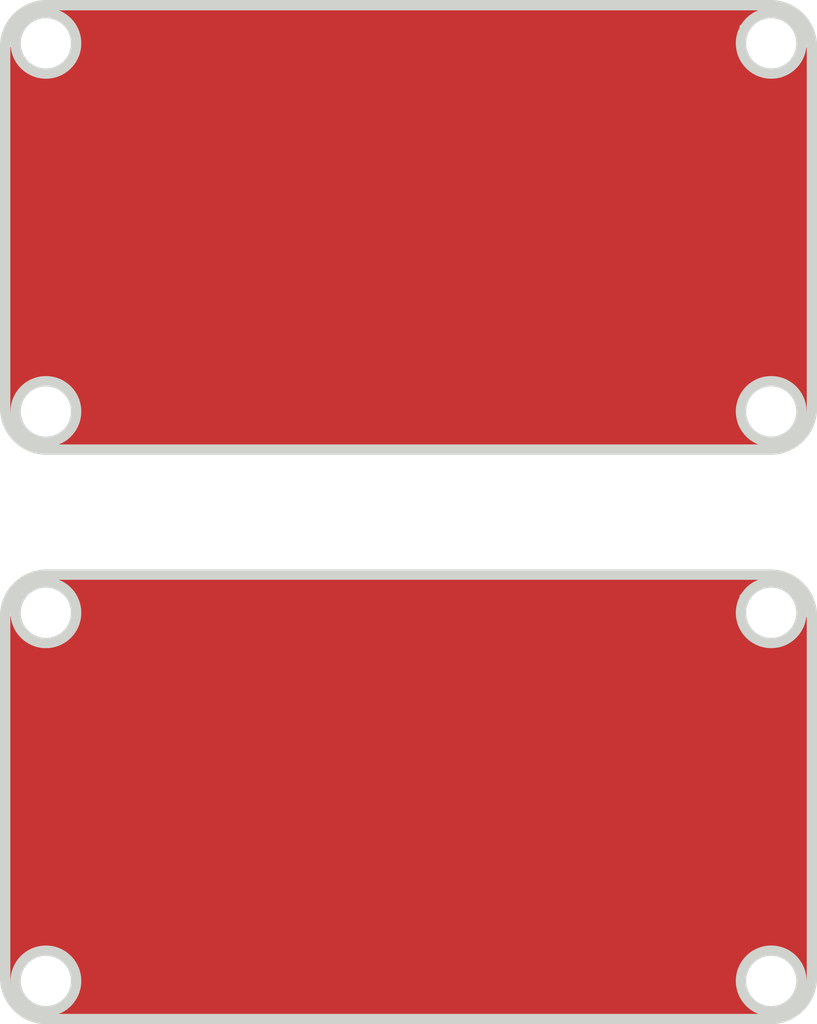
<source format=kicad_pcb>
(kicad_pcb (version 20221018) (generator pcbnew)

  (general
    (thickness 1.6)
  )

  (paper "A4")
  (layers
    (0 "F.Cu" signal)
    (31 "B.Cu" signal)
    (32 "B.Adhes" user "B.Adhesive")
    (33 "F.Adhes" user "F.Adhesive")
    (34 "B.Paste" user)
    (35 "F.Paste" user)
    (36 "B.SilkS" user "B.Silkscreen")
    (37 "F.SilkS" user "F.Silkscreen")
    (38 "B.Mask" user)
    (39 "F.Mask" user)
    (40 "Dwgs.User" user "User.Drawings")
    (41 "Cmts.User" user "User.Comments")
    (42 "Eco1.User" user "User.Eco1")
    (43 "Eco2.User" user "User.Eco2")
    (44 "Edge.Cuts" user)
    (45 "Margin" user)
    (46 "B.CrtYd" user "B.Courtyard")
    (47 "F.CrtYd" user "F.Courtyard")
    (48 "B.Fab" user)
    (49 "F.Fab" user)
    (50 "User.1" user)
    (51 "User.2" user)
    (52 "User.3" user)
    (53 "User.4" user)
    (54 "User.5" user)
    (55 "User.6" user)
    (56 "User.7" user)
    (57 "User.8" user)
    (58 "User.9" user)
  )

  (setup
    (pad_to_mask_clearance 0)
    (pcbplotparams
      (layerselection 0x00010fc_ffffffff)
      (plot_on_all_layers_selection 0x0000000_00000000)
      (disableapertmacros false)
      (usegerberextensions false)
      (usegerberattributes true)
      (usegerberadvancedattributes true)
      (creategerberjobfile true)
      (dashed_line_dash_ratio 12.000000)
      (dashed_line_gap_ratio 3.000000)
      (svgprecision 4)
      (plotframeref false)
      (viasonmask false)
      (mode 1)
      (useauxorigin false)
      (hpglpennumber 1)
      (hpglpenspeed 20)
      (hpglpendiameter 15.000000)
      (dxfpolygonmode true)
      (dxfimperialunits true)
      (dxfusepcbnewfont true)
      (psnegative false)
      (psa4output false)
      (plotreference true)
      (plotvalue true)
      (plotinvisibletext false)
      (sketchpadsonfab false)
      (subtractmaskfromsilk false)
      (outputformat 1)
      (mirror false)
      (drillshape 1)
      (scaleselection 1)
      (outputdirectory "")
    )
  )

  (net 0 "")

  (gr_line (start 181.978 85.946) (end 181.978 51)
    (stroke (width 1) (type solid)) (layer "Edge.Cuts") (tstamp 0924ed0b-008d-4074-8ea8-2f75ba8301ac))
  (gr_arc (start 104 106) (mid 105.168644 103.178644) (end 107.99 102.01)
    (stroke (width 1) (type solid)) (layer "Edge.Cuts") (tstamp 0f7cbc02-01e5-42f8-ab38-4ca6c7c811a3))
  (gr_circle (center 178.041 50.693) (end 180.962 50.693)
    (stroke (width 1) (type solid)) (fill none) (layer "Edge.Cuts") (tstamp 1dbb2d4e-a53e-4dd8-9d41-35bf0946a15f))
  (gr_arc (start 177.988 102.01) (mid 180.809356 103.178644) (end 181.978 106)
    (stroke (width 1) (type solid)) (layer "Edge.Cuts") (tstamp 25e12d69-984b-4061-9cdc-cc85fe54fa46))
  (gr_circle (center 107.937 50.693) (end 110.858 50.693)
    (stroke (width 1) (type solid)) (fill none) (layer "Edge.Cuts") (tstamp 34a2f849-47a2-447b-9caa-3f4ee226a5c4))
  (gr_circle (center 107.937 105.693) (end 110.858 105.693)
    (stroke (width 1) (type solid)) (fill none) (layer "Edge.Cuts") (tstamp 3f72667c-2405-4b85-a34a-a8b9ac938386))
  (gr_line (start 104 106) (end 104 140.946)
    (stroke (width 1) (type solid)) (layer "Edge.Cuts") (tstamp 4b2f187e-80e8-44c7-a53c-588d30309a29))
  (gr_line (start 177.988 47.01) (end 107.99 47.01)
    (stroke (width 1) (type solid)) (layer "Edge.Cuts") (tstamp 4fe0e229-9eb1-451f-970e-706d604b7c38))
  (gr_circle (center 178.041 105.693) (end 180.962 105.693)
    (stroke (width 1) (type solid)) (fill none) (layer "Edge.Cuts") (tstamp 66b596a9-a637-48a0-bdf2-4f832fdc882d))
  (gr_circle (center 178.041 141.253) (end 180.962 141.253)
    (stroke (width 1) (type solid)) (fill none) (layer "Edge.Cuts") (tstamp 752ffe34-42c2-4a16-9357-962450baf599))
  (gr_line (start 107.99 89.936) (end 177.988 89.936)
    (stroke (width 1) (type solid)) (layer "Edge.Cuts") (tstamp 761ef721-7986-48e6-bdf9-d8dd3a5d78d1))
  (gr_line (start 177.988 102.01) (end 107.99 102.01)
    (stroke (width 1) (type solid)) (layer "Edge.Cuts") (tstamp 76d6b27e-9876-4cb1-9ce2-c442f8eaa19c))
  (gr_arc (start 107.99 89.936) (mid 105.168644 88.767356) (end 104 85.946)
    (stroke (width 1) (type solid)) (layer "Edge.Cuts") (tstamp 89e24631-9859-48b2-825c-3580594e67a6))
  (gr_line (start 104 51) (end 104 85.946)
    (stroke (width 1) (type solid)) (layer "Edge.Cuts") (tstamp 8c0e9065-71bf-45b1-bd32-8e3e99961a63))
  (gr_arc (start 104 51) (mid 105.168644 48.178644) (end 107.99 47.01)
    (stroke (width 1) (type solid)) (layer "Edge.Cuts") (tstamp 8eb5dc5c-69b8-41b4-9022-7b57de765e1c))
  (gr_arc (start 181.978 140.946) (mid 180.809356 143.767356) (end 177.988 144.936)
    (stroke (width 1) (type solid)) (layer "Edge.Cuts") (tstamp a021bf9b-be22-44a7-9f86-513f48b2e423))
  (gr_circle (center 107.937 86.253) (end 110.858 86.253)
    (stroke (width 1) (type solid)) (fill none) (layer "Edge.Cuts") (tstamp b22c3913-ce61-4d98-a3c4-d8faa3164d3b))
  (gr_circle (center 178.041 86.253) (end 180.962 86.253)
    (stroke (width 1) (type solid)) (fill none) (layer "Edge.Cuts") (tstamp b995cbd3-5c44-4e7d-b702-c6f1d3631970))
  (gr_arc (start 107.99 144.936) (mid 105.168644 143.767356) (end 104 140.946)
    (stroke (width 1) (type solid)) (layer "Edge.Cuts") (tstamp c1a26f17-b23d-44f4-aa26-9f4bd9cb0dac))
  (gr_circle (center 107.937 141.253) (end 110.858 141.253)
    (stroke (width 1) (type solid)) (fill none) (layer "Edge.Cuts") (tstamp c8cabdbb-e6b8-471f-810b-ae84d415665c))
  (gr_arc (start 181.978 85.946) (mid 180.809356 88.767356) (end 177.988 89.936)
    (stroke (width 1) (type solid)) (layer "Edge.Cuts") (tstamp cc2f5239-d535-4426-994c-9335da291cff))
  (gr_arc (start 177.988 47.01) (mid 180.809356 48.178644) (end 181.978 51)
    (stroke (width 1) (type solid)) (layer "Edge.Cuts") (tstamp de3fd695-1fdd-4950-b052-ea81e366aedd))
  (gr_line (start 181.978 140.946) (end 181.978 106)
    (stroke (width 1) (type solid)) (layer "Edge.Cuts") (tstamp e58b4e95-8b83-4b92-8909-b96ecfe098d8))
  (gr_line (start 107.99 144.936) (end 177.988 144.936)
    (stroke (width 1) (type solid)) (layer "Edge.Cuts") (tstamp f5315515-0f31-4875-a11a-a37f63439813))

  (zone (net 0) (net_name "") (layer "F.Cu") (tstamp 76c4731d-a928-4365-90c3-487f4c7ef6d0) (hatch edge 0.5)
    (connect_pads (clearance 0.5))
    (min_thickness 0.25) (filled_areas_thickness no)
    (fill yes (thermal_gap 0.5) (thermal_bridge_width 0.5) (island_removal_mode 1) (island_area_min 10))
    (polygon
      (pts
        (xy 178 102)
        (xy 175 104)
        (xy 175 106)
        (xy 176 108)
        (xy 179 109)
        (xy 181 107)
        (xy 182 105)
        (xy 182 142)
        (xy 180 139)
        (xy 178 138)
        (xy 176 139)
        (xy 175 141)
        (xy 176 144)
        (xy 178 145)
        (xy 107 145)
        (xy 110 144)
        (xy 111 142)
        (xy 110 139)
        (xy 107 138)
        (xy 106 139)
        (xy 105 141)
        (xy 104 142)
        (xy 104 105)
        (xy 105 107)
        (xy 107 109)
        (xy 110 108)
        (xy 111 106)
        (xy 110 104)
        (xy 108 102)
      )
    )
    (filled_polygon
      (layer "F.Cu")
      (island)
      (pts
        (xy 177.641745 102.030185)
        (xy 177.6875 102.082989)
        (xy 177.697444 102.152147)
        (xy 177.668419 102.215703)
        (xy 177.643489 102.237674)
        (xy 175 104)
        (xy 175 106.000001)
        (xy 175.202788 106.405577)
        (xy 175.21067 106.425467)
        (xy 175.291036 106.693906)
        (xy 175.425824 107.00638)
        (xy 175.42583 107.006393)
        (xy 175.595983 107.301106)
        (xy 175.595985 107.301109)
        (xy 175.755614 107.515529)
        (xy 175.76706 107.534122)
        (xy 176 108)
        (xy 176.455146 108.151715)
        (xy 176.484066 108.165748)
        (xy 176.577774 108.227381)
        (xy 176.871012 108.37465)
        (xy 176.881884 108.38011)
        (xy 176.881885 108.380111)
        (xy 176.881888 108.380112)
        (xy 176.881892 108.380114)
        (xy 177.201684 108.496509)
        (xy 177.20169 108.49651)
        (xy 177.201692 108.496511)
        (xy 177.532811 108.574989)
        (xy 177.532818 108.57499)
        (xy 177.532827 108.574992)
        (xy 177.816052 108.608096)
        (xy 177.840856 108.613618)
        (xy 179 109)
        (xy 181 107)
        (xy 181 106.999999)
        (xy 181.721626 105.556746)
        (xy 181.76921 105.505591)
        (xy 181.836902 105.488281)
        (xy 181.903206 105.510316)
        (xy 181.947072 105.564699)
        (xy 181.955343 105.59507)
        (xy 181.959223 105.622886)
        (xy 181.959743 105.628413)
        (xy 181.969517 105.827345)
        (xy 181.977434 105.998576)
        (xy 181.9775 106.00144)
        (xy 181.9775 140.944559)
        (xy 181.977434 140.947423)
        (xy 181.969517 141.118654)
        (xy 181.959743 141.317585)
        (xy 181.959223 141.32311)
        (xy 181.933425 141.508056)
        (xy 181.933089 141.510321)
        (xy 181.903771 141.573742)
        (xy 181.844819 141.611245)
        (xy 181.77495 141.610923)
        (xy 181.716347 141.572877)
        (xy 181.707265 141.560898)
        (xy 180.716962 140.075443)
        (xy 180.706287 140.055791)
        (xy 180.656172 139.939611)
        (xy 180.486014 139.644889)
        (xy 180.282792 139.371914)
        (xy 180.282789 139.37191)
        (xy 180.171178 139.253608)
        (xy 180.158199 139.237298)
        (xy 180 139)
        (xy 179.999994 138.999997)
        (xy 179.71987 138.859935)
        (xy 179.713536 138.856285)
        (xy 179.504226 138.718619)
        (xy 179.501631 138.717316)
        (xy 179.200115 138.565889)
        (xy 179.200114 138.565888)
        (xy 178.952265 138.475678)
        (xy 178.945738 138.472869)
        (xy 178 138)
        (xy 176.000001 138.999999)
        (xy 175.999999 139.000001)
        (xy 175.838939 139.322117)
        (xy 175.818227 139.351753)
        (xy 175.799211 139.37191)
        (xy 175.595986 139.644887)
        (xy 175.42583 139.939606)
        (xy 175.425824 139.939619)
        (xy 175.291036 140.252093)
        (xy 175.193432 140.578114)
        (xy 175.19343 140.578123)
        (xy 175.187025 140.614441)
        (xy 175.175819 140.648357)
        (xy 174.999999 140.999999)
        (xy 175.115748 141.347248)
        (xy 175.121901 141.379249)
        (xy 175.134337 141.592741)
        (xy 175.134338 141.592751)
        (xy 175.193428 141.927868)
        (xy 175.19343 141.927877)
        (xy 175.193432 141.927886)
        (xy 175.215022 142)
        (xy 175.291036 142.253906)
        (xy 175.425824 142.56638)
        (xy 175.42583 142.566393)
        (xy 175.595986 142.861112)
        (xy 175.628257 142.904459)
        (xy 175.646431 142.939295)
        (xy 175.999999 143.999999)
        (xy 176 144)
        (xy 177.401182 144.700591)
        (xy 177.452341 144.748178)
        (xy 177.469651 144.81587)
        (xy 177.447616 144.882174)
        (xy 177.393232 144.92604)
        (xy 177.345728 144.9355)
        (xy 107.991439 144.9355)
        (xy 107.988574 144.935434)
        (xy 107.956185 144.933936)
        (xy 107.890127 144.911174)
        (xy 107.846861 144.856312)
        (xy 107.840124 144.786768)
        (xy 107.872054 144.724622)
        (xy 107.922699 144.692433)
        (xy 110 144)
        (xy 111 142)
        (xy 110.854262 141.562786)
        (xy 110.84811 141.516375)
        (xy 110.863451 141.253)
        (xy 110.843663 140.91326)
        (xy 110.784568 140.578114)
        (xy 110.686964 140.252095)
        (xy 110.552172 139.939611)
        (xy 110.382014 139.644889)
        (xy 110.18164 139.375739)
        (xy 110.178795 139.371917)
        (xy 110.17879 139.371911)
        (xy 110.112805 139.301972)
        (xy 110.085365 139.256095)
        (xy 110 139)
        (xy 109.888905 138.962968)
        (xy 109.666717 138.888905)
        (xy 109.637791 138.874868)
        (xy 109.400229 138.71862)
        (xy 109.096115 138.565889)
        (xy 109.096114 138.565888)
        (xy 108.776322 138.449493)
        (xy 108.776307 138.449488)
        (xy 108.445188 138.37101)
        (xy 108.445173 138.371008)
        (xy 108.445172 138.371008)
        (xy 108.107158 138.3315)
        (xy 108.014623 138.3315)
        (xy 107.975411 138.325137)
        (xy 107.97541 138.325136)
        (xy 107 138)
        (xy 106.999999 138)
        (xy 106.999998 138)
        (xy 106.000002 138.999997)
        (xy 105.999999 139.000001)
        (xy 105.95573 139.088536)
        (xy 105.93112 139.121658)
        (xy 105.931222 139.121754)
        (xy 105.930413 139.12261)
        (xy 105.929935 139.123255)
        (xy 105.928755 139.124367)
        (xy 105.695209 139.371911)
        (xy 105.695204 139.371917)
        (xy 105.491986 139.644887)
        (xy 105.32183 139.939606)
        (xy 105.321824 139.939619)
        (xy 105.187036 140.252093)
        (xy 105.08943 140.578122)
        (xy 105.089428 140.578131)
        (xy 105.030338 140.913244)
        (xy 105.030335 140.913271)
        (xy 105.030099 140.91733)
        (xy 105.017222 140.965553)
        (xy 105.009001 140.981997)
        (xy 104.98577 141.014229)
        (xy 104.276554 141.723444)
        (xy 104.215231 141.756929)
        (xy 104.145539 141.751945)
        (xy 104.089606 141.710073)
        (xy 104.066217 141.653963)
        (xy 104.044587 141.508156)
        (xy 104.018774 141.323106)
        (xy 104.018255 141.317584)
        (xy 104.008489 141.11881)
        (xy 104.000566 140.947423)
        (xy 104.0005 140.944561)
        (xy 104.0005 106.001438)
        (xy 104.000566 105.998575)
        (xy 104.002059 105.966273)
        (xy 104.00849 105.827172)
        (xy 104.018255 105.628414)
        (xy 104.018775 105.622888)
        (xy 104.027454 105.560668)
        (xy 104.05621 105.496995)
        (xy 104.114829 105.458974)
        (xy 104.184698 105.45868)
        (xy 104.243635 105.496207)
        (xy 104.261173 105.522348)
        (xy 104.999999 106.999999)
        (xy 105 107)
        (xy 106.999998 108.999999)
        (xy 106.999999 108.999999)
        (xy 107 109)
        (xy 108.171031 108.609655)
        (xy 108.195819 108.604137)
        (xy 108.445173 108.574992)
        (xy 108.445182 108.574989)
        (xy 108.445188 108.574989)
        (xy 108.712283 108.511685)
        (xy 108.776316 108.496509)
        (xy 109.096108 108.380114)
        (xy 109.400226 108.227381)
        (xy 109.471331 108.180613)
        (xy 109.500236 108.166587)
        (xy 110 108)
        (xy 110.277935 107.444128)
        (xy 110.289367 107.425557)
        (xy 110.382014 107.301111)
        (xy 110.552172 107.006389)
        (xy 110.686964 106.693905)
        (xy 110.734503 106.535112)
        (xy 110.742371 106.515255)
        (xy 111 106)
        (xy 110.876487 105.752974)
        (xy 110.864927 105.69661)
        (xy 110.863451 105.69661)
        (xy 110.863451 105.692996)
        (xy 110.855978 105.564699)
        (xy 110.843663 105.35326)
        (xy 110.784568 105.018114)
        (xy 110.686964 104.692095)
        (xy 110.552172 104.379611)
        (xy 110.382014 104.084889)
        (xy 110.318817 104)
        (xy 110.178795 103.811917)
        (xy 110.17879 103.811911)
        (xy 110.065867 103.69222)
        (xy 109.945253 103.564377)
        (xy 109.801081 103.443403)
        (xy 109.684557 103.345627)
        (xy 109.684549 103.345621)
        (xy 109.400229 103.15862)
        (xy 109.096117 103.005889)
        (xy 108.980084 102.963656)
        (xy 108.934815 102.934815)
        (xy 108.222181 102.222181)
        (xy 108.188696 102.160858)
        (xy 108.19368 102.091166)
        (xy 108.235552 102.035233)
        (xy 108.301016 102.010816)
        (xy 108.309862 102.0105)
        (xy 177.574706 102.0105)
      )
    )
  )
  (zone (net 0) (net_name "") (layer "F.Cu") (tstamp 977c6ede-7360-4b64-b233-1e48222a9b91) (hatch edge 0.5)
    (connect_pads (clearance 0.5))
    (min_thickness 0.25) (filled_areas_thickness no)
    (fill yes (thermal_gap 0.5) (thermal_bridge_width 0.5) (island_removal_mode 1) (island_area_min 10))
    (polygon
      (pts
        (xy 178 47)
        (xy 175 49)
        (xy 175 51)
        (xy 176 53)
        (xy 179 54)
        (xy 181 52)
        (xy 182 50)
        (xy 182 87)
        (xy 180 84)
        (xy 178 83)
        (xy 176 84)
        (xy 175 86)
        (xy 176 89)
        (xy 178 90)
        (xy 107 90)
        (xy 110 89)
        (xy 111 87)
        (xy 110 84)
        (xy 107 83)
        (xy 106 84)
        (xy 105 86)
        (xy 104 87)
        (xy 104 50)
        (xy 105 52)
        (xy 107 54)
        (xy 110 53)
        (xy 111 51)
        (xy 110 49)
        (xy 108 47)
      )
    )
    (filled_polygon
      (layer "F.Cu")
      (island)
      (pts
        (xy 177.641745 47.030185)
        (xy 177.6875 47.082989)
        (xy 177.697444 47.152147)
        (xy 177.668419 47.215703)
        (xy 177.643489 47.237674)
        (xy 175 49)
        (xy 175 51.000001)
        (xy 175.202788 51.405577)
        (xy 175.21067 51.425467)
        (xy 175.291036 51.693906)
        (xy 175.425824 52.00638)
        (xy 175.42583 52.006393)
        (xy 175.595983 52.301106)
        (xy 175.595985 52.301109)
        (xy 175.755614 52.515529)
        (xy 175.76706 52.534122)
        (xy 176 53)
        (xy 176.455146 53.151715)
        (xy 176.484066 53.165748)
        (xy 176.577774 53.227381)
        (xy 176.871012 53.37465)
        (xy 176.881884 53.38011)
        (xy 176.881885 53.380111)
        (xy 176.881888 53.380112)
        (xy 176.881892 53.380114)
        (xy 177.201684 53.496509)
        (xy 177.20169 53.49651)
        (xy 177.201692 53.496511)
        (xy 177.532811 53.574989)
        (xy 177.532818 53.57499)
        (xy 177.532827 53.574992)
        (xy 177.816052 53.608096)
        (xy 177.840856 53.613618)
        (xy 179 54)
        (xy 181 52)
        (xy 181 51.999999)
        (xy 181.721626 50.556746)
        (xy 181.76921 50.505591)
        (xy 181.836902 50.488281)
        (xy 181.903206 50.510316)
        (xy 181.947072 50.564699)
        (xy 181.955343 50.59507)
        (xy 181.959223 50.622886)
        (xy 181.959743 50.628413)
        (xy 181.969517 50.827345)
        (xy 181.977434 50.998576)
        (xy 181.9775 51.00144)
        (xy 181.9775 85.944559)
        (xy 181.977434 85.947423)
        (xy 181.969517 86.118654)
        (xy 181.959743 86.317585)
        (xy 181.959223 86.32311)
        (xy 181.933425 86.508056)
        (xy 181.933089 86.510321)
        (xy 181.903771 86.573742)
        (xy 181.844819 86.611245)
        (xy 181.77495 86.610923)
        (xy 181.716347 86.572877)
        (xy 181.707265 86.560898)
        (xy 180.716962 85.075443)
        (xy 180.706287 85.055791)
        (xy 180.656172 84.939611)
        (xy 180.486014 84.644889)
        (xy 180.282792 84.371914)
        (xy 180.282789 84.37191)
        (xy 180.171178 84.253608)
        (xy 180.158199 84.237298)
        (xy 180 84)
        (xy 179.999994 83.999997)
        (xy 179.71987 83.859935)
        (xy 179.713536 83.856285)
        (xy 179.504226 83.718619)
        (xy 179.501631 83.717316)
        (xy 179.200115 83.565889)
        (xy 179.200114 83.565888)
        (xy 178.952265 83.475678)
        (xy 178.945738 83.472869)
        (xy 178 83)
        (xy 176.000001 83.999999)
        (xy 175.999999 84.000001)
        (xy 175.838939 84.322117)
        (xy 175.818227 84.351753)
        (xy 175.799211 84.37191)
        (xy 175.595986 84.644887)
        (xy 175.42583 84.939606)
        (xy 175.425824 84.939619)
        (xy 175.291036 85.252093)
        (xy 175.193432 85.578114)
        (xy 175.19343 85.578123)
        (xy 175.187025 85.614441)
        (xy 175.175819 85.648357)
        (xy 174.999999 85.999999)
        (xy 175.115748 86.347248)
        (xy 175.121901 86.379249)
        (xy 175.134337 86.592741)
        (xy 175.134338 86.592751)
        (xy 175.193428 86.927868)
        (xy 175.19343 86.927877)
        (xy 175.193432 86.927886)
        (xy 175.215022 87)
        (xy 175.291036 87.253906)
        (xy 175.425824 87.56638)
        (xy 175.42583 87.566393)
        (xy 175.595986 87.861112)
        (xy 175.628257 87.904459)
        (xy 175.646431 87.939295)
        (xy 175.999999 88.999999)
        (xy 176 89)
        (xy 177.401182 89.700591)
        (xy 177.452341 89.748178)
        (xy 177.469651 89.81587)
        (xy 177.447616 89.882174)
        (xy 177.393232 89.92604)
        (xy 177.345728 89.9355)
        (xy 107.991439 89.9355)
        (xy 107.988574 89.935434)
        (xy 107.956185 89.933936)
        (xy 107.890127 89.911174)
        (xy 107.846861 89.856312)
        (xy 107.840124 89.786768)
        (xy 107.872054 89.724622)
        (xy 107.922699 89.692433)
        (xy 110 89)
        (xy 111 87)
        (xy 110.854262 86.562786)
        (xy 110.84811 86.516375)
        (xy 110.863451 86.253)
        (xy 110.843663 85.91326)
        (xy 110.784568 85.578114)
        (xy 110.686964 85.252095)
        (xy 110.552172 84.939611)
        (xy 110.382014 84.644889)
        (xy 110.18164 84.375739)
        (xy 110.178795 84.371917)
        (xy 110.17879 84.371911)
        (xy 110.112805 84.301972)
        (xy 110.085365 84.256095)
        (xy 110 84)
        (xy 109.888905 83.962968)
        (xy 109.666717 83.888905)
        (xy 109.637791 83.874868)
        (xy 109.400229 83.71862)
        (xy 109.096115 83.565889)
        (xy 109.096114 83.565888)
        (xy 108.776322 83.449493)
        (xy 108.776307 83.449488)
        (xy 108.445188 83.37101)
        (xy 108.445173 83.371008)
        (xy 108.445172 83.371008)
        (xy 108.107158 83.3315)
        (xy 108.014623 83.3315)
        (xy 107.975411 83.325137)
        (xy 107.97541 83.325136)
        (xy 107 83)
        (xy 106.999999 83)
        (xy 106.999998 83)
        (xy 106.000002 83.999997)
        (xy 105.999999 84.000001)
        (xy 105.95573 84.088536)
        (xy 105.93112 84.121658)
        (xy 105.931222 84.121754)
        (xy 105.930413 84.12261)
        (xy 105.929935 84.123255)
        (xy 105.928755 84.124367)
        (xy 105.695209 84.371911)
        (xy 105.695204 84.371917)
        (xy 105.491986 84.644887)
        (xy 105.32183 84.939606)
        (xy 105.321824 84.939619)
        (xy 105.187036 85.252093)
        (xy 105.08943 85.578122)
        (xy 105.089428 85.578131)
        (xy 105.030338 85.913244)
        (xy 105.030335 85.913271)
        (xy 105.030099 85.91733)
        (xy 105.017222 85.965553)
        (xy 105.009001 85.981997)
        (xy 104.98577 86.014229)
        (xy 104.276554 86.723444)
        (xy 104.215231 86.756929)
        (xy 104.145539 86.751945)
        (xy 104.089606 86.710073)
        (xy 104.066217 86.653963)
        (xy 104.044587 86.508156)
        (xy 104.018774 86.323106)
        (xy 104.018255 86.317584)
        (xy 104.008489 86.11881)
        (xy 104.000566 85.947423)
        (xy 104.0005 85.944561)
        (xy 104.0005 51.001438)
        (xy 104.000566 50.998575)
        (xy 104.002059 50.966273)
        (xy 104.00849 50.827172)
        (xy 104.018255 50.628414)
        (xy 104.018775 50.622888)
        (xy 104.027454 50.560668)
        (xy 104.05621 50.496995)
        (xy 104.114829 50.458974)
        (xy 104.184698 50.45868)
        (xy 104.243635 50.496207)
        (xy 104.261173 50.522348)
        (xy 104.999999 51.999999)
        (xy 105 52)
        (xy 106.999998 53.999999)
        (xy 106.999999 53.999999)
        (xy 107 54)
        (xy 108.171031 53.609655)
        (xy 108.195819 53.604137)
        (xy 108.445173 53.574992)
        (xy 108.445182 53.574989)
        (xy 108.445188 53.574989)
        (xy 108.712283 53.511685)
        (xy 108.776316 53.496509)
        (xy 109.096108 53.380114)
        (xy 109.400226 53.227381)
        (xy 109.471331 53.180613)
        (xy 109.500236 53.166587)
        (xy 110 53)
        (xy 110.277935 52.444128)
        (xy 110.289367 52.425557)
        (xy 110.382014 52.301111)
        (xy 110.552172 52.006389)
        (xy 110.686964 51.693905)
        (xy 110.734503 51.535112)
        (xy 110.742371 51.515255)
        (xy 111 51)
        (xy 110.876487 50.752974)
        (xy 110.864927 50.69661)
        (xy 110.863451 50.69661)
        (xy 110.863451 50.692996)
        (xy 110.855978 50.564699)
        (xy 110.843663 50.35326)
        (xy 110.784568 50.018114)
        (xy 110.686964 49.692095)
        (xy 110.552172 49.379611)
        (xy 110.382014 49.084889)
        (xy 110.318817 49)
        (xy 110.178795 48.811917)
        (xy 110.17879 48.811911)
        (xy 110.065867 48.69222)
        (xy 109.945253 48.564377)
        (xy 109.801081 48.443403)
        (xy 109.684557 48.345627)
        (xy 109.684549 48.345621)
        (xy 109.400229 48.15862)
        (xy 109.096117 48.005889)
        (xy 108.980084 47.963656)
        (xy 108.934815 47.934815)
        (xy 108.222181 47.222181)
        (xy 108.188696 47.160858)
        (xy 108.19368 47.091166)
        (xy 108.235552 47.035233)
        (xy 108.301016 47.010816)
        (xy 108.309862 47.0105)
        (xy 177.574706 47.0105)
      )
    )
  )
  (group "" (id 4b4f6fc1-f2a7-46b4-99ae-85b30c7b90bf)
    (members
      0f7cbc02-01e5-42f8-ab38-4ca6c7c811a3
      25e12d69-984b-4061-9cdc-cc85fe54fa46
      3f72667c-2405-4b85-a34a-a8b9ac938386
      4b2f187e-80e8-44c7-a53c-588d30309a29
      66b596a9-a637-48a0-bdf2-4f832fdc882d
      752ffe34-42c2-4a16-9357-962450baf599
      76d6b27e-9876-4cb1-9ce2-c442f8eaa19c
      a021bf9b-be22-44a7-9f86-513f48b2e423
      c1a26f17-b23d-44f4-aa26-9f4bd9cb0dac
      c8cabdbb-e6b8-471f-810b-ae84d415665c
      e58b4e95-8b83-4b92-8909-b96ecfe098d8
      f5315515-0f31-4875-a11a-a37f63439813
    )
  )
  (group "" (id bc5bd20a-b8ce-487c-ad0d-07d9c2fe0d5b)
    (members
      0924ed0b-008d-4074-8ea8-2f75ba8301ac
      1dbb2d4e-a53e-4dd8-9d41-35bf0946a15f
      34a2f849-47a2-447b-9caa-3f4ee226a5c4
      4fe0e229-9eb1-451f-970e-706d604b7c38
      761ef721-7986-48e6-bdf9-d8dd3a5d78d1
      89e24631-9859-48b2-825c-3580594e67a6
      8c0e9065-71bf-45b1-bd32-8e3e99961a63
      8eb5dc5c-69b8-41b4-9022-7b57de765e1c
      b22c3913-ce61-4d98-a3c4-d8faa3164d3b
      b995cbd3-5c44-4e7d-b702-c6f1d3631970
      cc2f5239-d535-4426-994c-9335da291cff
      de3fd695-1fdd-4950-b052-ea81e366aedd
    )
  )
)

</source>
